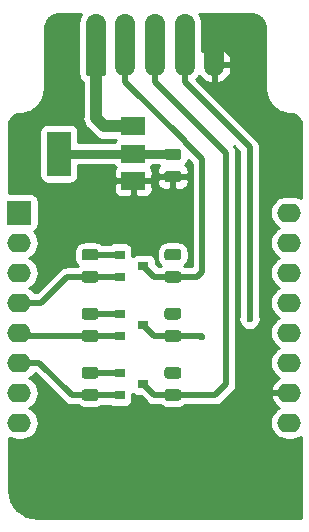
<source format=gbr>
G04 #@! TF.GenerationSoftware,KiCad,Pcbnew,(5.1.5)-3*
G04 #@! TF.CreationDate,2021-09-10T12:23:28+10:00*
G04 #@! TF.ProjectId,MHI ESP,4d484920-4553-4502-9e6b-696361645f70,rev?*
G04 #@! TF.SameCoordinates,Original*
G04 #@! TF.FileFunction,Copper,L1,Top*
G04 #@! TF.FilePolarity,Positive*
%FSLAX46Y46*%
G04 Gerber Fmt 4.6, Leading zero omitted, Abs format (unit mm)*
G04 Created by KiCad (PCBNEW (5.1.5)-3) date 2021-09-10 12:23:28*
%MOMM*%
%LPD*%
G04 APERTURE LIST*
%ADD10O,2.000000X1.600000*%
%ADD11R,2.000000X2.000000*%
%ADD12O,1.700000X1.950000*%
%ADD13C,0.100000*%
%ADD14R,2.000000X1.500000*%
%ADD15R,2.000000X3.800000*%
%ADD16R,0.900000X0.800000*%
%ADD17C,1.700000*%
%ADD18C,1.000000*%
%ADD19C,0.600000*%
%ADD20C,0.800000*%
%ADD21C,1.700000*%
%ADD22C,0.750000*%
%ADD23C,0.500000*%
%ADD24C,1.000000*%
%ADD25C,0.254000*%
G04 APERTURE END LIST*
D10*
X136360000Y-92500000D03*
X136360000Y-95040000D03*
X136360000Y-97580000D03*
X136360000Y-100120000D03*
X136360000Y-102660000D03*
X136360000Y-105200000D03*
X136360000Y-107740000D03*
X136360000Y-110280000D03*
X113500000Y-110280000D03*
X113500000Y-107740000D03*
X113500000Y-105200000D03*
X113500000Y-102660000D03*
X113500000Y-100120000D03*
X113500000Y-97580000D03*
D11*
X113500000Y-92500000D03*
D10*
X113500000Y-95040000D03*
D12*
X130000000Y-80000000D03*
X127500000Y-80000000D03*
X125000000Y-80000000D03*
X122500000Y-80000000D03*
G04 #@! TA.AperFunction,ComponentPad*
D13*
G36*
X120624504Y-79026204D02*
G01*
X120648773Y-79029804D01*
X120672571Y-79035765D01*
X120695671Y-79044030D01*
X120717849Y-79054520D01*
X120738893Y-79067133D01*
X120758598Y-79081747D01*
X120776777Y-79098223D01*
X120793253Y-79116402D01*
X120807867Y-79136107D01*
X120820480Y-79157151D01*
X120830970Y-79179329D01*
X120839235Y-79202429D01*
X120845196Y-79226227D01*
X120848796Y-79250496D01*
X120850000Y-79275000D01*
X120850000Y-80725000D01*
X120848796Y-80749504D01*
X120845196Y-80773773D01*
X120839235Y-80797571D01*
X120830970Y-80820671D01*
X120820480Y-80842849D01*
X120807867Y-80863893D01*
X120793253Y-80883598D01*
X120776777Y-80901777D01*
X120758598Y-80918253D01*
X120738893Y-80932867D01*
X120717849Y-80945480D01*
X120695671Y-80955970D01*
X120672571Y-80964235D01*
X120648773Y-80970196D01*
X120624504Y-80973796D01*
X120600000Y-80975000D01*
X119400000Y-80975000D01*
X119375496Y-80973796D01*
X119351227Y-80970196D01*
X119327429Y-80964235D01*
X119304329Y-80955970D01*
X119282151Y-80945480D01*
X119261107Y-80932867D01*
X119241402Y-80918253D01*
X119223223Y-80901777D01*
X119206747Y-80883598D01*
X119192133Y-80863893D01*
X119179520Y-80842849D01*
X119169030Y-80820671D01*
X119160765Y-80797571D01*
X119154804Y-80773773D01*
X119151204Y-80749504D01*
X119150000Y-80725000D01*
X119150000Y-79275000D01*
X119151204Y-79250496D01*
X119154804Y-79226227D01*
X119160765Y-79202429D01*
X119169030Y-79179329D01*
X119179520Y-79157151D01*
X119192133Y-79136107D01*
X119206747Y-79116402D01*
X119223223Y-79098223D01*
X119241402Y-79081747D01*
X119261107Y-79067133D01*
X119282151Y-79054520D01*
X119304329Y-79044030D01*
X119327429Y-79035765D01*
X119351227Y-79029804D01*
X119375496Y-79026204D01*
X119400000Y-79025000D01*
X120600000Y-79025000D01*
X120624504Y-79026204D01*
G37*
G04 #@! TD.AperFunction*
D14*
X123150000Y-89800000D03*
X123150000Y-85200000D03*
X123150000Y-87500000D03*
D15*
X116850000Y-87500000D03*
G04 #@! TA.AperFunction,SMDPad,CuDef*
D13*
G36*
X126980142Y-107451174D02*
G01*
X127003803Y-107454684D01*
X127027007Y-107460496D01*
X127049529Y-107468554D01*
X127071153Y-107478782D01*
X127091670Y-107491079D01*
X127110883Y-107505329D01*
X127128607Y-107521393D01*
X127144671Y-107539117D01*
X127158921Y-107558330D01*
X127171218Y-107578847D01*
X127181446Y-107600471D01*
X127189504Y-107622993D01*
X127195316Y-107646197D01*
X127198826Y-107669858D01*
X127200000Y-107693750D01*
X127200000Y-108181250D01*
X127198826Y-108205142D01*
X127195316Y-108228803D01*
X127189504Y-108252007D01*
X127181446Y-108274529D01*
X127171218Y-108296153D01*
X127158921Y-108316670D01*
X127144671Y-108335883D01*
X127128607Y-108353607D01*
X127110883Y-108369671D01*
X127091670Y-108383921D01*
X127071153Y-108396218D01*
X127049529Y-108406446D01*
X127027007Y-108414504D01*
X127003803Y-108420316D01*
X126980142Y-108423826D01*
X126956250Y-108425000D01*
X126043750Y-108425000D01*
X126019858Y-108423826D01*
X125996197Y-108420316D01*
X125972993Y-108414504D01*
X125950471Y-108406446D01*
X125928847Y-108396218D01*
X125908330Y-108383921D01*
X125889117Y-108369671D01*
X125871393Y-108353607D01*
X125855329Y-108335883D01*
X125841079Y-108316670D01*
X125828782Y-108296153D01*
X125818554Y-108274529D01*
X125810496Y-108252007D01*
X125804684Y-108228803D01*
X125801174Y-108205142D01*
X125800000Y-108181250D01*
X125800000Y-107693750D01*
X125801174Y-107669858D01*
X125804684Y-107646197D01*
X125810496Y-107622993D01*
X125818554Y-107600471D01*
X125828782Y-107578847D01*
X125841079Y-107558330D01*
X125855329Y-107539117D01*
X125871393Y-107521393D01*
X125889117Y-107505329D01*
X125908330Y-107491079D01*
X125928847Y-107478782D01*
X125950471Y-107468554D01*
X125972993Y-107460496D01*
X125996197Y-107454684D01*
X126019858Y-107451174D01*
X126043750Y-107450000D01*
X126956250Y-107450000D01*
X126980142Y-107451174D01*
G37*
G04 #@! TD.AperFunction*
G04 #@! TA.AperFunction,SMDPad,CuDef*
G36*
X126980142Y-105576174D02*
G01*
X127003803Y-105579684D01*
X127027007Y-105585496D01*
X127049529Y-105593554D01*
X127071153Y-105603782D01*
X127091670Y-105616079D01*
X127110883Y-105630329D01*
X127128607Y-105646393D01*
X127144671Y-105664117D01*
X127158921Y-105683330D01*
X127171218Y-105703847D01*
X127181446Y-105725471D01*
X127189504Y-105747993D01*
X127195316Y-105771197D01*
X127198826Y-105794858D01*
X127200000Y-105818750D01*
X127200000Y-106306250D01*
X127198826Y-106330142D01*
X127195316Y-106353803D01*
X127189504Y-106377007D01*
X127181446Y-106399529D01*
X127171218Y-106421153D01*
X127158921Y-106441670D01*
X127144671Y-106460883D01*
X127128607Y-106478607D01*
X127110883Y-106494671D01*
X127091670Y-106508921D01*
X127071153Y-106521218D01*
X127049529Y-106531446D01*
X127027007Y-106539504D01*
X127003803Y-106545316D01*
X126980142Y-106548826D01*
X126956250Y-106550000D01*
X126043750Y-106550000D01*
X126019858Y-106548826D01*
X125996197Y-106545316D01*
X125972993Y-106539504D01*
X125950471Y-106531446D01*
X125928847Y-106521218D01*
X125908330Y-106508921D01*
X125889117Y-106494671D01*
X125871393Y-106478607D01*
X125855329Y-106460883D01*
X125841079Y-106441670D01*
X125828782Y-106421153D01*
X125818554Y-106399529D01*
X125810496Y-106377007D01*
X125804684Y-106353803D01*
X125801174Y-106330142D01*
X125800000Y-106306250D01*
X125800000Y-105818750D01*
X125801174Y-105794858D01*
X125804684Y-105771197D01*
X125810496Y-105747993D01*
X125818554Y-105725471D01*
X125828782Y-105703847D01*
X125841079Y-105683330D01*
X125855329Y-105664117D01*
X125871393Y-105646393D01*
X125889117Y-105630329D01*
X125908330Y-105616079D01*
X125928847Y-105603782D01*
X125950471Y-105593554D01*
X125972993Y-105585496D01*
X125996197Y-105579684D01*
X126019858Y-105576174D01*
X126043750Y-105575000D01*
X126956250Y-105575000D01*
X126980142Y-105576174D01*
G37*
G04 #@! TD.AperFunction*
G04 #@! TA.AperFunction,SMDPad,CuDef*
G36*
X126980142Y-102451174D02*
G01*
X127003803Y-102454684D01*
X127027007Y-102460496D01*
X127049529Y-102468554D01*
X127071153Y-102478782D01*
X127091670Y-102491079D01*
X127110883Y-102505329D01*
X127128607Y-102521393D01*
X127144671Y-102539117D01*
X127158921Y-102558330D01*
X127171218Y-102578847D01*
X127181446Y-102600471D01*
X127189504Y-102622993D01*
X127195316Y-102646197D01*
X127198826Y-102669858D01*
X127200000Y-102693750D01*
X127200000Y-103181250D01*
X127198826Y-103205142D01*
X127195316Y-103228803D01*
X127189504Y-103252007D01*
X127181446Y-103274529D01*
X127171218Y-103296153D01*
X127158921Y-103316670D01*
X127144671Y-103335883D01*
X127128607Y-103353607D01*
X127110883Y-103369671D01*
X127091670Y-103383921D01*
X127071153Y-103396218D01*
X127049529Y-103406446D01*
X127027007Y-103414504D01*
X127003803Y-103420316D01*
X126980142Y-103423826D01*
X126956250Y-103425000D01*
X126043750Y-103425000D01*
X126019858Y-103423826D01*
X125996197Y-103420316D01*
X125972993Y-103414504D01*
X125950471Y-103406446D01*
X125928847Y-103396218D01*
X125908330Y-103383921D01*
X125889117Y-103369671D01*
X125871393Y-103353607D01*
X125855329Y-103335883D01*
X125841079Y-103316670D01*
X125828782Y-103296153D01*
X125818554Y-103274529D01*
X125810496Y-103252007D01*
X125804684Y-103228803D01*
X125801174Y-103205142D01*
X125800000Y-103181250D01*
X125800000Y-102693750D01*
X125801174Y-102669858D01*
X125804684Y-102646197D01*
X125810496Y-102622993D01*
X125818554Y-102600471D01*
X125828782Y-102578847D01*
X125841079Y-102558330D01*
X125855329Y-102539117D01*
X125871393Y-102521393D01*
X125889117Y-102505329D01*
X125908330Y-102491079D01*
X125928847Y-102478782D01*
X125950471Y-102468554D01*
X125972993Y-102460496D01*
X125996197Y-102454684D01*
X126019858Y-102451174D01*
X126043750Y-102450000D01*
X126956250Y-102450000D01*
X126980142Y-102451174D01*
G37*
G04 #@! TD.AperFunction*
G04 #@! TA.AperFunction,SMDPad,CuDef*
G36*
X126980142Y-100576174D02*
G01*
X127003803Y-100579684D01*
X127027007Y-100585496D01*
X127049529Y-100593554D01*
X127071153Y-100603782D01*
X127091670Y-100616079D01*
X127110883Y-100630329D01*
X127128607Y-100646393D01*
X127144671Y-100664117D01*
X127158921Y-100683330D01*
X127171218Y-100703847D01*
X127181446Y-100725471D01*
X127189504Y-100747993D01*
X127195316Y-100771197D01*
X127198826Y-100794858D01*
X127200000Y-100818750D01*
X127200000Y-101306250D01*
X127198826Y-101330142D01*
X127195316Y-101353803D01*
X127189504Y-101377007D01*
X127181446Y-101399529D01*
X127171218Y-101421153D01*
X127158921Y-101441670D01*
X127144671Y-101460883D01*
X127128607Y-101478607D01*
X127110883Y-101494671D01*
X127091670Y-101508921D01*
X127071153Y-101521218D01*
X127049529Y-101531446D01*
X127027007Y-101539504D01*
X127003803Y-101545316D01*
X126980142Y-101548826D01*
X126956250Y-101550000D01*
X126043750Y-101550000D01*
X126019858Y-101548826D01*
X125996197Y-101545316D01*
X125972993Y-101539504D01*
X125950471Y-101531446D01*
X125928847Y-101521218D01*
X125908330Y-101508921D01*
X125889117Y-101494671D01*
X125871393Y-101478607D01*
X125855329Y-101460883D01*
X125841079Y-101441670D01*
X125828782Y-101421153D01*
X125818554Y-101399529D01*
X125810496Y-101377007D01*
X125804684Y-101353803D01*
X125801174Y-101330142D01*
X125800000Y-101306250D01*
X125800000Y-100818750D01*
X125801174Y-100794858D01*
X125804684Y-100771197D01*
X125810496Y-100747993D01*
X125818554Y-100725471D01*
X125828782Y-100703847D01*
X125841079Y-100683330D01*
X125855329Y-100664117D01*
X125871393Y-100646393D01*
X125889117Y-100630329D01*
X125908330Y-100616079D01*
X125928847Y-100603782D01*
X125950471Y-100593554D01*
X125972993Y-100585496D01*
X125996197Y-100579684D01*
X126019858Y-100576174D01*
X126043750Y-100575000D01*
X126956250Y-100575000D01*
X126980142Y-100576174D01*
G37*
G04 #@! TD.AperFunction*
G04 #@! TA.AperFunction,SMDPad,CuDef*
G36*
X126980142Y-97451174D02*
G01*
X127003803Y-97454684D01*
X127027007Y-97460496D01*
X127049529Y-97468554D01*
X127071153Y-97478782D01*
X127091670Y-97491079D01*
X127110883Y-97505329D01*
X127128607Y-97521393D01*
X127144671Y-97539117D01*
X127158921Y-97558330D01*
X127171218Y-97578847D01*
X127181446Y-97600471D01*
X127189504Y-97622993D01*
X127195316Y-97646197D01*
X127198826Y-97669858D01*
X127200000Y-97693750D01*
X127200000Y-98181250D01*
X127198826Y-98205142D01*
X127195316Y-98228803D01*
X127189504Y-98252007D01*
X127181446Y-98274529D01*
X127171218Y-98296153D01*
X127158921Y-98316670D01*
X127144671Y-98335883D01*
X127128607Y-98353607D01*
X127110883Y-98369671D01*
X127091670Y-98383921D01*
X127071153Y-98396218D01*
X127049529Y-98406446D01*
X127027007Y-98414504D01*
X127003803Y-98420316D01*
X126980142Y-98423826D01*
X126956250Y-98425000D01*
X126043750Y-98425000D01*
X126019858Y-98423826D01*
X125996197Y-98420316D01*
X125972993Y-98414504D01*
X125950471Y-98406446D01*
X125928847Y-98396218D01*
X125908330Y-98383921D01*
X125889117Y-98369671D01*
X125871393Y-98353607D01*
X125855329Y-98335883D01*
X125841079Y-98316670D01*
X125828782Y-98296153D01*
X125818554Y-98274529D01*
X125810496Y-98252007D01*
X125804684Y-98228803D01*
X125801174Y-98205142D01*
X125800000Y-98181250D01*
X125800000Y-97693750D01*
X125801174Y-97669858D01*
X125804684Y-97646197D01*
X125810496Y-97622993D01*
X125818554Y-97600471D01*
X125828782Y-97578847D01*
X125841079Y-97558330D01*
X125855329Y-97539117D01*
X125871393Y-97521393D01*
X125889117Y-97505329D01*
X125908330Y-97491079D01*
X125928847Y-97478782D01*
X125950471Y-97468554D01*
X125972993Y-97460496D01*
X125996197Y-97454684D01*
X126019858Y-97451174D01*
X126043750Y-97450000D01*
X126956250Y-97450000D01*
X126980142Y-97451174D01*
G37*
G04 #@! TD.AperFunction*
G04 #@! TA.AperFunction,SMDPad,CuDef*
G36*
X126980142Y-95576174D02*
G01*
X127003803Y-95579684D01*
X127027007Y-95585496D01*
X127049529Y-95593554D01*
X127071153Y-95603782D01*
X127091670Y-95616079D01*
X127110883Y-95630329D01*
X127128607Y-95646393D01*
X127144671Y-95664117D01*
X127158921Y-95683330D01*
X127171218Y-95703847D01*
X127181446Y-95725471D01*
X127189504Y-95747993D01*
X127195316Y-95771197D01*
X127198826Y-95794858D01*
X127200000Y-95818750D01*
X127200000Y-96306250D01*
X127198826Y-96330142D01*
X127195316Y-96353803D01*
X127189504Y-96377007D01*
X127181446Y-96399529D01*
X127171218Y-96421153D01*
X127158921Y-96441670D01*
X127144671Y-96460883D01*
X127128607Y-96478607D01*
X127110883Y-96494671D01*
X127091670Y-96508921D01*
X127071153Y-96521218D01*
X127049529Y-96531446D01*
X127027007Y-96539504D01*
X127003803Y-96545316D01*
X126980142Y-96548826D01*
X126956250Y-96550000D01*
X126043750Y-96550000D01*
X126019858Y-96548826D01*
X125996197Y-96545316D01*
X125972993Y-96539504D01*
X125950471Y-96531446D01*
X125928847Y-96521218D01*
X125908330Y-96508921D01*
X125889117Y-96494671D01*
X125871393Y-96478607D01*
X125855329Y-96460883D01*
X125841079Y-96441670D01*
X125828782Y-96421153D01*
X125818554Y-96399529D01*
X125810496Y-96377007D01*
X125804684Y-96353803D01*
X125801174Y-96330142D01*
X125800000Y-96306250D01*
X125800000Y-95818750D01*
X125801174Y-95794858D01*
X125804684Y-95771197D01*
X125810496Y-95747993D01*
X125818554Y-95725471D01*
X125828782Y-95703847D01*
X125841079Y-95683330D01*
X125855329Y-95664117D01*
X125871393Y-95646393D01*
X125889117Y-95630329D01*
X125908330Y-95616079D01*
X125928847Y-95603782D01*
X125950471Y-95593554D01*
X125972993Y-95585496D01*
X125996197Y-95579684D01*
X126019858Y-95576174D01*
X126043750Y-95575000D01*
X126956250Y-95575000D01*
X126980142Y-95576174D01*
G37*
G04 #@! TD.AperFunction*
G04 #@! TA.AperFunction,SMDPad,CuDef*
G36*
X119980142Y-107451174D02*
G01*
X120003803Y-107454684D01*
X120027007Y-107460496D01*
X120049529Y-107468554D01*
X120071153Y-107478782D01*
X120091670Y-107491079D01*
X120110883Y-107505329D01*
X120128607Y-107521393D01*
X120144671Y-107539117D01*
X120158921Y-107558330D01*
X120171218Y-107578847D01*
X120181446Y-107600471D01*
X120189504Y-107622993D01*
X120195316Y-107646197D01*
X120198826Y-107669858D01*
X120200000Y-107693750D01*
X120200000Y-108181250D01*
X120198826Y-108205142D01*
X120195316Y-108228803D01*
X120189504Y-108252007D01*
X120181446Y-108274529D01*
X120171218Y-108296153D01*
X120158921Y-108316670D01*
X120144671Y-108335883D01*
X120128607Y-108353607D01*
X120110883Y-108369671D01*
X120091670Y-108383921D01*
X120071153Y-108396218D01*
X120049529Y-108406446D01*
X120027007Y-108414504D01*
X120003803Y-108420316D01*
X119980142Y-108423826D01*
X119956250Y-108425000D01*
X119043750Y-108425000D01*
X119019858Y-108423826D01*
X118996197Y-108420316D01*
X118972993Y-108414504D01*
X118950471Y-108406446D01*
X118928847Y-108396218D01*
X118908330Y-108383921D01*
X118889117Y-108369671D01*
X118871393Y-108353607D01*
X118855329Y-108335883D01*
X118841079Y-108316670D01*
X118828782Y-108296153D01*
X118818554Y-108274529D01*
X118810496Y-108252007D01*
X118804684Y-108228803D01*
X118801174Y-108205142D01*
X118800000Y-108181250D01*
X118800000Y-107693750D01*
X118801174Y-107669858D01*
X118804684Y-107646197D01*
X118810496Y-107622993D01*
X118818554Y-107600471D01*
X118828782Y-107578847D01*
X118841079Y-107558330D01*
X118855329Y-107539117D01*
X118871393Y-107521393D01*
X118889117Y-107505329D01*
X118908330Y-107491079D01*
X118928847Y-107478782D01*
X118950471Y-107468554D01*
X118972993Y-107460496D01*
X118996197Y-107454684D01*
X119019858Y-107451174D01*
X119043750Y-107450000D01*
X119956250Y-107450000D01*
X119980142Y-107451174D01*
G37*
G04 #@! TD.AperFunction*
G04 #@! TA.AperFunction,SMDPad,CuDef*
G36*
X119980142Y-105576174D02*
G01*
X120003803Y-105579684D01*
X120027007Y-105585496D01*
X120049529Y-105593554D01*
X120071153Y-105603782D01*
X120091670Y-105616079D01*
X120110883Y-105630329D01*
X120128607Y-105646393D01*
X120144671Y-105664117D01*
X120158921Y-105683330D01*
X120171218Y-105703847D01*
X120181446Y-105725471D01*
X120189504Y-105747993D01*
X120195316Y-105771197D01*
X120198826Y-105794858D01*
X120200000Y-105818750D01*
X120200000Y-106306250D01*
X120198826Y-106330142D01*
X120195316Y-106353803D01*
X120189504Y-106377007D01*
X120181446Y-106399529D01*
X120171218Y-106421153D01*
X120158921Y-106441670D01*
X120144671Y-106460883D01*
X120128607Y-106478607D01*
X120110883Y-106494671D01*
X120091670Y-106508921D01*
X120071153Y-106521218D01*
X120049529Y-106531446D01*
X120027007Y-106539504D01*
X120003803Y-106545316D01*
X119980142Y-106548826D01*
X119956250Y-106550000D01*
X119043750Y-106550000D01*
X119019858Y-106548826D01*
X118996197Y-106545316D01*
X118972993Y-106539504D01*
X118950471Y-106531446D01*
X118928847Y-106521218D01*
X118908330Y-106508921D01*
X118889117Y-106494671D01*
X118871393Y-106478607D01*
X118855329Y-106460883D01*
X118841079Y-106441670D01*
X118828782Y-106421153D01*
X118818554Y-106399529D01*
X118810496Y-106377007D01*
X118804684Y-106353803D01*
X118801174Y-106330142D01*
X118800000Y-106306250D01*
X118800000Y-105818750D01*
X118801174Y-105794858D01*
X118804684Y-105771197D01*
X118810496Y-105747993D01*
X118818554Y-105725471D01*
X118828782Y-105703847D01*
X118841079Y-105683330D01*
X118855329Y-105664117D01*
X118871393Y-105646393D01*
X118889117Y-105630329D01*
X118908330Y-105616079D01*
X118928847Y-105603782D01*
X118950471Y-105593554D01*
X118972993Y-105585496D01*
X118996197Y-105579684D01*
X119019858Y-105576174D01*
X119043750Y-105575000D01*
X119956250Y-105575000D01*
X119980142Y-105576174D01*
G37*
G04 #@! TD.AperFunction*
G04 #@! TA.AperFunction,SMDPad,CuDef*
G36*
X119980142Y-102451174D02*
G01*
X120003803Y-102454684D01*
X120027007Y-102460496D01*
X120049529Y-102468554D01*
X120071153Y-102478782D01*
X120091670Y-102491079D01*
X120110883Y-102505329D01*
X120128607Y-102521393D01*
X120144671Y-102539117D01*
X120158921Y-102558330D01*
X120171218Y-102578847D01*
X120181446Y-102600471D01*
X120189504Y-102622993D01*
X120195316Y-102646197D01*
X120198826Y-102669858D01*
X120200000Y-102693750D01*
X120200000Y-103181250D01*
X120198826Y-103205142D01*
X120195316Y-103228803D01*
X120189504Y-103252007D01*
X120181446Y-103274529D01*
X120171218Y-103296153D01*
X120158921Y-103316670D01*
X120144671Y-103335883D01*
X120128607Y-103353607D01*
X120110883Y-103369671D01*
X120091670Y-103383921D01*
X120071153Y-103396218D01*
X120049529Y-103406446D01*
X120027007Y-103414504D01*
X120003803Y-103420316D01*
X119980142Y-103423826D01*
X119956250Y-103425000D01*
X119043750Y-103425000D01*
X119019858Y-103423826D01*
X118996197Y-103420316D01*
X118972993Y-103414504D01*
X118950471Y-103406446D01*
X118928847Y-103396218D01*
X118908330Y-103383921D01*
X118889117Y-103369671D01*
X118871393Y-103353607D01*
X118855329Y-103335883D01*
X118841079Y-103316670D01*
X118828782Y-103296153D01*
X118818554Y-103274529D01*
X118810496Y-103252007D01*
X118804684Y-103228803D01*
X118801174Y-103205142D01*
X118800000Y-103181250D01*
X118800000Y-102693750D01*
X118801174Y-102669858D01*
X118804684Y-102646197D01*
X118810496Y-102622993D01*
X118818554Y-102600471D01*
X118828782Y-102578847D01*
X118841079Y-102558330D01*
X118855329Y-102539117D01*
X118871393Y-102521393D01*
X118889117Y-102505329D01*
X118908330Y-102491079D01*
X118928847Y-102478782D01*
X118950471Y-102468554D01*
X118972993Y-102460496D01*
X118996197Y-102454684D01*
X119019858Y-102451174D01*
X119043750Y-102450000D01*
X119956250Y-102450000D01*
X119980142Y-102451174D01*
G37*
G04 #@! TD.AperFunction*
G04 #@! TA.AperFunction,SMDPad,CuDef*
G36*
X119980142Y-100576174D02*
G01*
X120003803Y-100579684D01*
X120027007Y-100585496D01*
X120049529Y-100593554D01*
X120071153Y-100603782D01*
X120091670Y-100616079D01*
X120110883Y-100630329D01*
X120128607Y-100646393D01*
X120144671Y-100664117D01*
X120158921Y-100683330D01*
X120171218Y-100703847D01*
X120181446Y-100725471D01*
X120189504Y-100747993D01*
X120195316Y-100771197D01*
X120198826Y-100794858D01*
X120200000Y-100818750D01*
X120200000Y-101306250D01*
X120198826Y-101330142D01*
X120195316Y-101353803D01*
X120189504Y-101377007D01*
X120181446Y-101399529D01*
X120171218Y-101421153D01*
X120158921Y-101441670D01*
X120144671Y-101460883D01*
X120128607Y-101478607D01*
X120110883Y-101494671D01*
X120091670Y-101508921D01*
X120071153Y-101521218D01*
X120049529Y-101531446D01*
X120027007Y-101539504D01*
X120003803Y-101545316D01*
X119980142Y-101548826D01*
X119956250Y-101550000D01*
X119043750Y-101550000D01*
X119019858Y-101548826D01*
X118996197Y-101545316D01*
X118972993Y-101539504D01*
X118950471Y-101531446D01*
X118928847Y-101521218D01*
X118908330Y-101508921D01*
X118889117Y-101494671D01*
X118871393Y-101478607D01*
X118855329Y-101460883D01*
X118841079Y-101441670D01*
X118828782Y-101421153D01*
X118818554Y-101399529D01*
X118810496Y-101377007D01*
X118804684Y-101353803D01*
X118801174Y-101330142D01*
X118800000Y-101306250D01*
X118800000Y-100818750D01*
X118801174Y-100794858D01*
X118804684Y-100771197D01*
X118810496Y-100747993D01*
X118818554Y-100725471D01*
X118828782Y-100703847D01*
X118841079Y-100683330D01*
X118855329Y-100664117D01*
X118871393Y-100646393D01*
X118889117Y-100630329D01*
X118908330Y-100616079D01*
X118928847Y-100603782D01*
X118950471Y-100593554D01*
X118972993Y-100585496D01*
X118996197Y-100579684D01*
X119019858Y-100576174D01*
X119043750Y-100575000D01*
X119956250Y-100575000D01*
X119980142Y-100576174D01*
G37*
G04 #@! TD.AperFunction*
G04 #@! TA.AperFunction,SMDPad,CuDef*
G36*
X119980142Y-97451174D02*
G01*
X120003803Y-97454684D01*
X120027007Y-97460496D01*
X120049529Y-97468554D01*
X120071153Y-97478782D01*
X120091670Y-97491079D01*
X120110883Y-97505329D01*
X120128607Y-97521393D01*
X120144671Y-97539117D01*
X120158921Y-97558330D01*
X120171218Y-97578847D01*
X120181446Y-97600471D01*
X120189504Y-97622993D01*
X120195316Y-97646197D01*
X120198826Y-97669858D01*
X120200000Y-97693750D01*
X120200000Y-98181250D01*
X120198826Y-98205142D01*
X120195316Y-98228803D01*
X120189504Y-98252007D01*
X120181446Y-98274529D01*
X120171218Y-98296153D01*
X120158921Y-98316670D01*
X120144671Y-98335883D01*
X120128607Y-98353607D01*
X120110883Y-98369671D01*
X120091670Y-98383921D01*
X120071153Y-98396218D01*
X120049529Y-98406446D01*
X120027007Y-98414504D01*
X120003803Y-98420316D01*
X119980142Y-98423826D01*
X119956250Y-98425000D01*
X119043750Y-98425000D01*
X119019858Y-98423826D01*
X118996197Y-98420316D01*
X118972993Y-98414504D01*
X118950471Y-98406446D01*
X118928847Y-98396218D01*
X118908330Y-98383921D01*
X118889117Y-98369671D01*
X118871393Y-98353607D01*
X118855329Y-98335883D01*
X118841079Y-98316670D01*
X118828782Y-98296153D01*
X118818554Y-98274529D01*
X118810496Y-98252007D01*
X118804684Y-98228803D01*
X118801174Y-98205142D01*
X118800000Y-98181250D01*
X118800000Y-97693750D01*
X118801174Y-97669858D01*
X118804684Y-97646197D01*
X118810496Y-97622993D01*
X118818554Y-97600471D01*
X118828782Y-97578847D01*
X118841079Y-97558330D01*
X118855329Y-97539117D01*
X118871393Y-97521393D01*
X118889117Y-97505329D01*
X118908330Y-97491079D01*
X118928847Y-97478782D01*
X118950471Y-97468554D01*
X118972993Y-97460496D01*
X118996197Y-97454684D01*
X119019858Y-97451174D01*
X119043750Y-97450000D01*
X119956250Y-97450000D01*
X119980142Y-97451174D01*
G37*
G04 #@! TD.AperFunction*
G04 #@! TA.AperFunction,SMDPad,CuDef*
G36*
X119980142Y-95576174D02*
G01*
X120003803Y-95579684D01*
X120027007Y-95585496D01*
X120049529Y-95593554D01*
X120071153Y-95603782D01*
X120091670Y-95616079D01*
X120110883Y-95630329D01*
X120128607Y-95646393D01*
X120144671Y-95664117D01*
X120158921Y-95683330D01*
X120171218Y-95703847D01*
X120181446Y-95725471D01*
X120189504Y-95747993D01*
X120195316Y-95771197D01*
X120198826Y-95794858D01*
X120200000Y-95818750D01*
X120200000Y-96306250D01*
X120198826Y-96330142D01*
X120195316Y-96353803D01*
X120189504Y-96377007D01*
X120181446Y-96399529D01*
X120171218Y-96421153D01*
X120158921Y-96441670D01*
X120144671Y-96460883D01*
X120128607Y-96478607D01*
X120110883Y-96494671D01*
X120091670Y-96508921D01*
X120071153Y-96521218D01*
X120049529Y-96531446D01*
X120027007Y-96539504D01*
X120003803Y-96545316D01*
X119980142Y-96548826D01*
X119956250Y-96550000D01*
X119043750Y-96550000D01*
X119019858Y-96548826D01*
X118996197Y-96545316D01*
X118972993Y-96539504D01*
X118950471Y-96531446D01*
X118928847Y-96521218D01*
X118908330Y-96508921D01*
X118889117Y-96494671D01*
X118871393Y-96478607D01*
X118855329Y-96460883D01*
X118841079Y-96441670D01*
X118828782Y-96421153D01*
X118818554Y-96399529D01*
X118810496Y-96377007D01*
X118804684Y-96353803D01*
X118801174Y-96330142D01*
X118800000Y-96306250D01*
X118800000Y-95818750D01*
X118801174Y-95794858D01*
X118804684Y-95771197D01*
X118810496Y-95747993D01*
X118818554Y-95725471D01*
X118828782Y-95703847D01*
X118841079Y-95683330D01*
X118855329Y-95664117D01*
X118871393Y-95646393D01*
X118889117Y-95630329D01*
X118908330Y-95616079D01*
X118928847Y-95603782D01*
X118950471Y-95593554D01*
X118972993Y-95585496D01*
X118996197Y-95579684D01*
X119019858Y-95576174D01*
X119043750Y-95575000D01*
X119956250Y-95575000D01*
X119980142Y-95576174D01*
G37*
G04 #@! TD.AperFunction*
D16*
X124000000Y-107000000D03*
X122000000Y-107950000D03*
X122000000Y-106050000D03*
X124000000Y-102000000D03*
X122000000Y-102950000D03*
X122000000Y-101050000D03*
X124000000Y-97000000D03*
X122000000Y-97950000D03*
X122000000Y-96050000D03*
G04 #@! TA.AperFunction,SMDPad,CuDef*
D13*
G36*
X126980142Y-88951174D02*
G01*
X127003803Y-88954684D01*
X127027007Y-88960496D01*
X127049529Y-88968554D01*
X127071153Y-88978782D01*
X127091670Y-88991079D01*
X127110883Y-89005329D01*
X127128607Y-89021393D01*
X127144671Y-89039117D01*
X127158921Y-89058330D01*
X127171218Y-89078847D01*
X127181446Y-89100471D01*
X127189504Y-89122993D01*
X127195316Y-89146197D01*
X127198826Y-89169858D01*
X127200000Y-89193750D01*
X127200000Y-89681250D01*
X127198826Y-89705142D01*
X127195316Y-89728803D01*
X127189504Y-89752007D01*
X127181446Y-89774529D01*
X127171218Y-89796153D01*
X127158921Y-89816670D01*
X127144671Y-89835883D01*
X127128607Y-89853607D01*
X127110883Y-89869671D01*
X127091670Y-89883921D01*
X127071153Y-89896218D01*
X127049529Y-89906446D01*
X127027007Y-89914504D01*
X127003803Y-89920316D01*
X126980142Y-89923826D01*
X126956250Y-89925000D01*
X126043750Y-89925000D01*
X126019858Y-89923826D01*
X125996197Y-89920316D01*
X125972993Y-89914504D01*
X125950471Y-89906446D01*
X125928847Y-89896218D01*
X125908330Y-89883921D01*
X125889117Y-89869671D01*
X125871393Y-89853607D01*
X125855329Y-89835883D01*
X125841079Y-89816670D01*
X125828782Y-89796153D01*
X125818554Y-89774529D01*
X125810496Y-89752007D01*
X125804684Y-89728803D01*
X125801174Y-89705142D01*
X125800000Y-89681250D01*
X125800000Y-89193750D01*
X125801174Y-89169858D01*
X125804684Y-89146197D01*
X125810496Y-89122993D01*
X125818554Y-89100471D01*
X125828782Y-89078847D01*
X125841079Y-89058330D01*
X125855329Y-89039117D01*
X125871393Y-89021393D01*
X125889117Y-89005329D01*
X125908330Y-88991079D01*
X125928847Y-88978782D01*
X125950471Y-88968554D01*
X125972993Y-88960496D01*
X125996197Y-88954684D01*
X126019858Y-88951174D01*
X126043750Y-88950000D01*
X126956250Y-88950000D01*
X126980142Y-88951174D01*
G37*
G04 #@! TD.AperFunction*
G04 #@! TA.AperFunction,SMDPad,CuDef*
G36*
X126980142Y-87076174D02*
G01*
X127003803Y-87079684D01*
X127027007Y-87085496D01*
X127049529Y-87093554D01*
X127071153Y-87103782D01*
X127091670Y-87116079D01*
X127110883Y-87130329D01*
X127128607Y-87146393D01*
X127144671Y-87164117D01*
X127158921Y-87183330D01*
X127171218Y-87203847D01*
X127181446Y-87225471D01*
X127189504Y-87247993D01*
X127195316Y-87271197D01*
X127198826Y-87294858D01*
X127200000Y-87318750D01*
X127200000Y-87806250D01*
X127198826Y-87830142D01*
X127195316Y-87853803D01*
X127189504Y-87877007D01*
X127181446Y-87899529D01*
X127171218Y-87921153D01*
X127158921Y-87941670D01*
X127144671Y-87960883D01*
X127128607Y-87978607D01*
X127110883Y-87994671D01*
X127091670Y-88008921D01*
X127071153Y-88021218D01*
X127049529Y-88031446D01*
X127027007Y-88039504D01*
X127003803Y-88045316D01*
X126980142Y-88048826D01*
X126956250Y-88050000D01*
X126043750Y-88050000D01*
X126019858Y-88048826D01*
X125996197Y-88045316D01*
X125972993Y-88039504D01*
X125950471Y-88031446D01*
X125928847Y-88021218D01*
X125908330Y-88008921D01*
X125889117Y-87994671D01*
X125871393Y-87978607D01*
X125855329Y-87960883D01*
X125841079Y-87941670D01*
X125828782Y-87921153D01*
X125818554Y-87899529D01*
X125810496Y-87877007D01*
X125804684Y-87853803D01*
X125801174Y-87830142D01*
X125800000Y-87806250D01*
X125800000Y-87318750D01*
X125801174Y-87294858D01*
X125804684Y-87271197D01*
X125810496Y-87247993D01*
X125818554Y-87225471D01*
X125828782Y-87203847D01*
X125841079Y-87183330D01*
X125855329Y-87164117D01*
X125871393Y-87146393D01*
X125889117Y-87130329D01*
X125908330Y-87116079D01*
X125928847Y-87103782D01*
X125950471Y-87093554D01*
X125972993Y-87085496D01*
X125996197Y-87079684D01*
X126019858Y-87076174D01*
X126043750Y-87075000D01*
X126956250Y-87075000D01*
X126980142Y-87076174D01*
G37*
G04 #@! TD.AperFunction*
D17*
X130000000Y-76500000D03*
D18*
X117000000Y-78000000D03*
D19*
X126500000Y-106000000D03*
X126500000Y-101000000D03*
X126500000Y-96000000D03*
D20*
X126500000Y-87500000D03*
D19*
X129000000Y-103000000D03*
X133000000Y-101500000D03*
D17*
X127500000Y-76500000D03*
X122500000Y-76500000D03*
X125000000Y-76500000D03*
X120000000Y-76500000D03*
D20*
X120000000Y-80000000D03*
D19*
X119500000Y-106000000D03*
X119500000Y-101000000D03*
X119500000Y-96000000D03*
D21*
X130000000Y-76500000D02*
X130000000Y-80000000D01*
D22*
X116850000Y-87500000D02*
X126500000Y-87500000D01*
D23*
X124937500Y-102937500D02*
X126500000Y-102937500D01*
X124000000Y-102000000D02*
X124937500Y-102937500D01*
D21*
X127500000Y-76500000D02*
X127500000Y-80000000D01*
D23*
X128937500Y-102937500D02*
X129000000Y-103000000D01*
X126500000Y-102937500D02*
X128937500Y-102937500D01*
X133000000Y-86975000D02*
X133000000Y-101500000D01*
X127500000Y-80000000D02*
X127500000Y-81475000D01*
X127500000Y-81475000D02*
X133000000Y-86975000D01*
D21*
X122500000Y-76500000D02*
X122500000Y-80000000D01*
D23*
X124937500Y-97937500D02*
X126500000Y-97937500D01*
X124000000Y-97000000D02*
X124937500Y-97937500D01*
X128562500Y-97937500D02*
X126500000Y-97937500D01*
X122500000Y-81475000D02*
X127500000Y-86475000D01*
X122500000Y-80000000D02*
X122500000Y-81475000D01*
X127500000Y-86475000D02*
X127500000Y-86500000D01*
X127500000Y-86500000D02*
X129000000Y-88000000D01*
X129000000Y-88000000D02*
X129000000Y-97500000D01*
X129000000Y-97500000D02*
X128562500Y-97937500D01*
X124937500Y-107937500D02*
X126500000Y-107937500D01*
X124000000Y-107000000D02*
X124937500Y-107937500D01*
D21*
X125000000Y-76500000D02*
X125000000Y-80000000D01*
D23*
X130062500Y-107937500D02*
X126500000Y-107937500D01*
X131000000Y-107000000D02*
X130062500Y-107937500D01*
X131000000Y-87475000D02*
X131000000Y-107000000D01*
X125000000Y-80000000D02*
X125000000Y-81475000D01*
X125000000Y-81475000D02*
X131000000Y-87475000D01*
D21*
X120000000Y-76500000D02*
X120000000Y-80000000D01*
D24*
X120700000Y-85200000D02*
X123150000Y-85200000D01*
X120000000Y-80000000D02*
X120000000Y-84500000D01*
X120000000Y-84500000D02*
X120700000Y-85200000D01*
D23*
X117562500Y-97937500D02*
X119500000Y-97937500D01*
X113500000Y-100120000D02*
X115380000Y-100120000D01*
X115380000Y-100120000D02*
X117562500Y-97937500D01*
X119512500Y-97950000D02*
X119500000Y-97937500D01*
X122000000Y-97950000D02*
X119512500Y-97950000D01*
X119550000Y-101050000D02*
X119500000Y-101000000D01*
X122000000Y-101050000D02*
X119550000Y-101050000D01*
X119512500Y-96050000D02*
X119500000Y-96062500D01*
X122000000Y-96050000D02*
X119512500Y-96050000D01*
X119550000Y-106050000D02*
X119500000Y-106000000D01*
X122000000Y-106050000D02*
X119550000Y-106050000D01*
X113777500Y-102937500D02*
X113500000Y-102660000D01*
X119500000Y-102937500D02*
X113777500Y-102937500D01*
X119512500Y-102950000D02*
X119500000Y-102937500D01*
X122000000Y-102950000D02*
X119512500Y-102950000D01*
X117937500Y-107937500D02*
X119500000Y-107937500D01*
X113500000Y-105200000D02*
X115200000Y-105200000D01*
X115200000Y-105200000D02*
X117937500Y-107937500D01*
X119512500Y-107950000D02*
X119500000Y-107937500D01*
X122000000Y-107950000D02*
X119512500Y-107950000D01*
D25*
G36*
X133259659Y-75688625D02*
G01*
X133509429Y-75764035D01*
X133739792Y-75886522D01*
X133941980Y-76051422D01*
X134108286Y-76252450D01*
X134232378Y-76481954D01*
X134309531Y-76731195D01*
X134340000Y-77021089D01*
X134340001Y-82032419D01*
X134342818Y-82061018D01*
X134342753Y-82070288D01*
X134343652Y-82079460D01*
X134374252Y-82370605D01*
X134386283Y-82429217D01*
X134397489Y-82487963D01*
X134400153Y-82496784D01*
X134486721Y-82776440D01*
X134509899Y-82831578D01*
X134532311Y-82887050D01*
X134536638Y-82895186D01*
X134675877Y-83152702D01*
X134709304Y-83202259D01*
X134742080Y-83252347D01*
X134747905Y-83259488D01*
X134934510Y-83485056D01*
X134976965Y-83527215D01*
X135018809Y-83569945D01*
X135025909Y-83575819D01*
X135252773Y-83760845D01*
X135302566Y-83793927D01*
X135351955Y-83827745D01*
X135360061Y-83832127D01*
X135618542Y-83969564D01*
X135673836Y-83992355D01*
X135728829Y-84015925D01*
X135737632Y-84018650D01*
X136017887Y-84103264D01*
X136076564Y-84114882D01*
X136135079Y-84127320D01*
X136144242Y-84128283D01*
X136144244Y-84128283D01*
X136435596Y-84156850D01*
X136662540Y-84179102D01*
X136818894Y-84226308D01*
X136963096Y-84302982D01*
X137089663Y-84406207D01*
X137193769Y-84532051D01*
X137271447Y-84675711D01*
X137319742Y-84831729D01*
X137340001Y-85024482D01*
X137340000Y-86967581D01*
X137340000Y-91289789D01*
X137111808Y-91167818D01*
X136841309Y-91085764D01*
X136630492Y-91065000D01*
X136089508Y-91065000D01*
X135878691Y-91085764D01*
X135608192Y-91167818D01*
X135358899Y-91301068D01*
X135140392Y-91480392D01*
X134961068Y-91698899D01*
X134827818Y-91948192D01*
X134745764Y-92218691D01*
X134718057Y-92500000D01*
X134745764Y-92781309D01*
X134827818Y-93051808D01*
X134961068Y-93301101D01*
X135140392Y-93519608D01*
X135358899Y-93698932D01*
X135491858Y-93770000D01*
X135358899Y-93841068D01*
X135140392Y-94020392D01*
X134961068Y-94238899D01*
X134827818Y-94488192D01*
X134745764Y-94758691D01*
X134718057Y-95040000D01*
X134745764Y-95321309D01*
X134827818Y-95591808D01*
X134961068Y-95841101D01*
X135140392Y-96059608D01*
X135358899Y-96238932D01*
X135491858Y-96310000D01*
X135358899Y-96381068D01*
X135140392Y-96560392D01*
X134961068Y-96778899D01*
X134827818Y-97028192D01*
X134745764Y-97298691D01*
X134718057Y-97580000D01*
X134745764Y-97861309D01*
X134827818Y-98131808D01*
X134961068Y-98381101D01*
X135140392Y-98599608D01*
X135358899Y-98778932D01*
X135491858Y-98850000D01*
X135358899Y-98921068D01*
X135140392Y-99100392D01*
X134961068Y-99318899D01*
X134827818Y-99568192D01*
X134745764Y-99838691D01*
X134718057Y-100120000D01*
X134745764Y-100401309D01*
X134827818Y-100671808D01*
X134961068Y-100921101D01*
X135140392Y-101139608D01*
X135358899Y-101318932D01*
X135491858Y-101390000D01*
X135358899Y-101461068D01*
X135140392Y-101640392D01*
X134961068Y-101858899D01*
X134827818Y-102108192D01*
X134745764Y-102378691D01*
X134718057Y-102660000D01*
X134745764Y-102941309D01*
X134827818Y-103211808D01*
X134961068Y-103461101D01*
X135140392Y-103679608D01*
X135358899Y-103858932D01*
X135491858Y-103930000D01*
X135358899Y-104001068D01*
X135140392Y-104180392D01*
X134961068Y-104398899D01*
X134827818Y-104648192D01*
X134745764Y-104918691D01*
X134718057Y-105200000D01*
X134745764Y-105481309D01*
X134827818Y-105751808D01*
X134961068Y-106001101D01*
X135140392Y-106219608D01*
X135358899Y-106398932D01*
X135488345Y-106468122D01*
X135470773Y-106475570D01*
X135237338Y-106634327D01*
X135039361Y-106835575D01*
X134884449Y-107071579D01*
X134778556Y-107333270D01*
X134768096Y-107390961D01*
X134890085Y-107613000D01*
X136233000Y-107613000D01*
X136233000Y-107593000D01*
X136487000Y-107593000D01*
X136487000Y-107613000D01*
X136507000Y-107613000D01*
X136507000Y-107867000D01*
X136487000Y-107867000D01*
X136487000Y-107887000D01*
X136233000Y-107887000D01*
X136233000Y-107867000D01*
X134890085Y-107867000D01*
X134768096Y-108089039D01*
X134778556Y-108146730D01*
X134884449Y-108408421D01*
X135039361Y-108644425D01*
X135237338Y-108845673D01*
X135470773Y-109004430D01*
X135488345Y-109011878D01*
X135358899Y-109081068D01*
X135140392Y-109260392D01*
X134961068Y-109478899D01*
X134827818Y-109728192D01*
X134745764Y-109998691D01*
X134718057Y-110280000D01*
X134745764Y-110561309D01*
X134827818Y-110831808D01*
X134961068Y-111081101D01*
X135140392Y-111299608D01*
X135358899Y-111478932D01*
X135608192Y-111612182D01*
X135878691Y-111694236D01*
X136089508Y-111715000D01*
X136630492Y-111715000D01*
X136841309Y-111694236D01*
X137111808Y-111612182D01*
X137340001Y-111490210D01*
X137340001Y-115967581D01*
X137340000Y-118340000D01*
X115032279Y-118340000D01*
X114546106Y-118292330D01*
X114109503Y-118160512D01*
X113706814Y-117946399D01*
X113353387Y-117658150D01*
X113062673Y-117306739D01*
X112845760Y-116905564D01*
X112710894Y-116469886D01*
X112660000Y-115985664D01*
X112660000Y-111565042D01*
X112748192Y-111612182D01*
X113018691Y-111694236D01*
X113229508Y-111715000D01*
X113770492Y-111715000D01*
X113981309Y-111694236D01*
X114251808Y-111612182D01*
X114501101Y-111478932D01*
X114719608Y-111299608D01*
X114898932Y-111081101D01*
X115032182Y-110831808D01*
X115114236Y-110561309D01*
X115141943Y-110280000D01*
X115114236Y-109998691D01*
X115032182Y-109728192D01*
X114898932Y-109478899D01*
X114719608Y-109260392D01*
X114501101Y-109081068D01*
X114368142Y-109010000D01*
X114501101Y-108938932D01*
X114719608Y-108759608D01*
X114898932Y-108541101D01*
X115032182Y-108291808D01*
X115114236Y-108021309D01*
X115141943Y-107740000D01*
X115114236Y-107458691D01*
X115032182Y-107188192D01*
X114898932Y-106938899D01*
X114719608Y-106720392D01*
X114501101Y-106541068D01*
X114368142Y-106470000D01*
X114501101Y-106398932D01*
X114719608Y-106219608D01*
X114830078Y-106085000D01*
X114833422Y-106085000D01*
X117280970Y-108532549D01*
X117308683Y-108566317D01*
X117342451Y-108594030D01*
X117342453Y-108594032D01*
X117443441Y-108676911D01*
X117597186Y-108759089D01*
X117638393Y-108771589D01*
X117764010Y-108809695D01*
X117894023Y-108822500D01*
X117894031Y-108822500D01*
X117937500Y-108826781D01*
X117980969Y-108822500D01*
X118441785Y-108822500D01*
X118553836Y-108914458D01*
X118706291Y-108995947D01*
X118871715Y-109046128D01*
X119043750Y-109063072D01*
X119956250Y-109063072D01*
X120128285Y-109046128D01*
X120293709Y-108995947D01*
X120446164Y-108914458D01*
X120542984Y-108835000D01*
X121140019Y-108835000D01*
X121195506Y-108880537D01*
X121305820Y-108939502D01*
X121425518Y-108975812D01*
X121550000Y-108988072D01*
X122450000Y-108988072D01*
X122574482Y-108975812D01*
X122694180Y-108939502D01*
X122804494Y-108880537D01*
X122901185Y-108801185D01*
X122980537Y-108704494D01*
X123039502Y-108594180D01*
X123075812Y-108474482D01*
X123088072Y-108350000D01*
X123088072Y-107838095D01*
X123098815Y-107851185D01*
X123195506Y-107930537D01*
X123305820Y-107989502D01*
X123425518Y-108025812D01*
X123550000Y-108038072D01*
X123786494Y-108038072D01*
X124280970Y-108532549D01*
X124308683Y-108566317D01*
X124342451Y-108594030D01*
X124342453Y-108594032D01*
X124403857Y-108644425D01*
X124443441Y-108676911D01*
X124597187Y-108759089D01*
X124764010Y-108809695D01*
X124894023Y-108822500D01*
X124894033Y-108822500D01*
X124937499Y-108826781D01*
X124980965Y-108822500D01*
X125441785Y-108822500D01*
X125553836Y-108914458D01*
X125706291Y-108995947D01*
X125871715Y-109046128D01*
X126043750Y-109063072D01*
X126956250Y-109063072D01*
X127128285Y-109046128D01*
X127293709Y-108995947D01*
X127446164Y-108914458D01*
X127558215Y-108822500D01*
X130019031Y-108822500D01*
X130062500Y-108826781D01*
X130105969Y-108822500D01*
X130105977Y-108822500D01*
X130235990Y-108809695D01*
X130402813Y-108759089D01*
X130556559Y-108676911D01*
X130691317Y-108566317D01*
X130719034Y-108532544D01*
X131595049Y-107656530D01*
X131628817Y-107628817D01*
X131656533Y-107595046D01*
X131739410Y-107494060D01*
X131758315Y-107458691D01*
X131821589Y-107340313D01*
X131872195Y-107173490D01*
X131885000Y-107043477D01*
X131885000Y-107043467D01*
X131889281Y-107000001D01*
X131885000Y-106956535D01*
X131885000Y-87518465D01*
X131889281Y-87474999D01*
X131885000Y-87431533D01*
X131885000Y-87431523D01*
X131872195Y-87301510D01*
X131821589Y-87134687D01*
X131739411Y-86980941D01*
X131670983Y-86897561D01*
X132115000Y-87341579D01*
X132115001Y-101193305D01*
X132100932Y-101227271D01*
X132065000Y-101407911D01*
X132065000Y-101592089D01*
X132100932Y-101772729D01*
X132171414Y-101942889D01*
X132273738Y-102096028D01*
X132403972Y-102226262D01*
X132557111Y-102328586D01*
X132727271Y-102399068D01*
X132907911Y-102435000D01*
X133092089Y-102435000D01*
X133272729Y-102399068D01*
X133442889Y-102328586D01*
X133596028Y-102226262D01*
X133726262Y-102096028D01*
X133828586Y-101942889D01*
X133899068Y-101772729D01*
X133935000Y-101592089D01*
X133935000Y-101407911D01*
X133899068Y-101227271D01*
X133885000Y-101193308D01*
X133885000Y-87018469D01*
X133889281Y-86975000D01*
X133885000Y-86931531D01*
X133885000Y-86931523D01*
X133872195Y-86801510D01*
X133852198Y-86735589D01*
X133821589Y-86634686D01*
X133739411Y-86480941D01*
X133656532Y-86379953D01*
X133656530Y-86379951D01*
X133628817Y-86346183D01*
X133595051Y-86318472D01*
X128501076Y-81224498D01*
X128555134Y-81180134D01*
X128740706Y-80954014D01*
X128754462Y-80928278D01*
X128910951Y-81134429D01*
X129128807Y-81327496D01*
X129380142Y-81474352D01*
X129643110Y-81566476D01*
X129873000Y-81445155D01*
X129873000Y-80127000D01*
X130127000Y-80127000D01*
X130127000Y-81445155D01*
X130356890Y-81566476D01*
X130619858Y-81474352D01*
X130871193Y-81327496D01*
X131089049Y-81134429D01*
X131265053Y-80902570D01*
X131392442Y-80640830D01*
X131466320Y-80359267D01*
X131326165Y-80127000D01*
X130127000Y-80127000D01*
X129873000Y-80127000D01*
X129853000Y-80127000D01*
X129853000Y-79873000D01*
X129873000Y-79873000D01*
X129873000Y-78554845D01*
X130127000Y-78554845D01*
X130127000Y-79873000D01*
X131326165Y-79873000D01*
X131466320Y-79640733D01*
X131392442Y-79359170D01*
X131265053Y-79097430D01*
X131089049Y-78865571D01*
X130871193Y-78672504D01*
X130619858Y-78525648D01*
X130356890Y-78433524D01*
X130127000Y-78554845D01*
X129873000Y-78554845D01*
X129643110Y-78433524D01*
X129380142Y-78525648D01*
X129128807Y-78672504D01*
X128985000Y-78799948D01*
X128985000Y-76353740D01*
X128970698Y-76281840D01*
X128963513Y-76208889D01*
X128942234Y-76138740D01*
X128927932Y-76066842D01*
X128899878Y-75999114D01*
X128878599Y-75928966D01*
X128844045Y-75864320D01*
X128815990Y-75796589D01*
X128775260Y-75735633D01*
X128740706Y-75670986D01*
X128731690Y-75660000D01*
X132967721Y-75660000D01*
X133259659Y-75688625D01*
G37*
X133259659Y-75688625D02*
X133509429Y-75764035D01*
X133739792Y-75886522D01*
X133941980Y-76051422D01*
X134108286Y-76252450D01*
X134232378Y-76481954D01*
X134309531Y-76731195D01*
X134340000Y-77021089D01*
X134340001Y-82032419D01*
X134342818Y-82061018D01*
X134342753Y-82070288D01*
X134343652Y-82079460D01*
X134374252Y-82370605D01*
X134386283Y-82429217D01*
X134397489Y-82487963D01*
X134400153Y-82496784D01*
X134486721Y-82776440D01*
X134509899Y-82831578D01*
X134532311Y-82887050D01*
X134536638Y-82895186D01*
X134675877Y-83152702D01*
X134709304Y-83202259D01*
X134742080Y-83252347D01*
X134747905Y-83259488D01*
X134934510Y-83485056D01*
X134976965Y-83527215D01*
X135018809Y-83569945D01*
X135025909Y-83575819D01*
X135252773Y-83760845D01*
X135302566Y-83793927D01*
X135351955Y-83827745D01*
X135360061Y-83832127D01*
X135618542Y-83969564D01*
X135673836Y-83992355D01*
X135728829Y-84015925D01*
X135737632Y-84018650D01*
X136017887Y-84103264D01*
X136076564Y-84114882D01*
X136135079Y-84127320D01*
X136144242Y-84128283D01*
X136144244Y-84128283D01*
X136435596Y-84156850D01*
X136662540Y-84179102D01*
X136818894Y-84226308D01*
X136963096Y-84302982D01*
X137089663Y-84406207D01*
X137193769Y-84532051D01*
X137271447Y-84675711D01*
X137319742Y-84831729D01*
X137340001Y-85024482D01*
X137340000Y-86967581D01*
X137340000Y-91289789D01*
X137111808Y-91167818D01*
X136841309Y-91085764D01*
X136630492Y-91065000D01*
X136089508Y-91065000D01*
X135878691Y-91085764D01*
X135608192Y-91167818D01*
X135358899Y-91301068D01*
X135140392Y-91480392D01*
X134961068Y-91698899D01*
X134827818Y-91948192D01*
X134745764Y-92218691D01*
X134718057Y-92500000D01*
X134745764Y-92781309D01*
X134827818Y-93051808D01*
X134961068Y-93301101D01*
X135140392Y-93519608D01*
X135358899Y-93698932D01*
X135491858Y-93770000D01*
X135358899Y-93841068D01*
X135140392Y-94020392D01*
X134961068Y-94238899D01*
X134827818Y-94488192D01*
X134745764Y-94758691D01*
X134718057Y-95040000D01*
X134745764Y-95321309D01*
X134827818Y-95591808D01*
X134961068Y-95841101D01*
X135140392Y-96059608D01*
X135358899Y-96238932D01*
X135491858Y-96310000D01*
X135358899Y-96381068D01*
X135140392Y-96560392D01*
X134961068Y-96778899D01*
X134827818Y-97028192D01*
X134745764Y-97298691D01*
X134718057Y-97580000D01*
X134745764Y-97861309D01*
X134827818Y-98131808D01*
X134961068Y-98381101D01*
X135140392Y-98599608D01*
X135358899Y-98778932D01*
X135491858Y-98850000D01*
X135358899Y-98921068D01*
X135140392Y-99100392D01*
X134961068Y-99318899D01*
X134827818Y-99568192D01*
X134745764Y-99838691D01*
X134718057Y-100120000D01*
X134745764Y-100401309D01*
X134827818Y-100671808D01*
X134961068Y-100921101D01*
X135140392Y-101139608D01*
X135358899Y-101318932D01*
X135491858Y-101390000D01*
X135358899Y-101461068D01*
X135140392Y-101640392D01*
X134961068Y-101858899D01*
X134827818Y-102108192D01*
X134745764Y-102378691D01*
X134718057Y-102660000D01*
X134745764Y-102941309D01*
X134827818Y-103211808D01*
X134961068Y-103461101D01*
X135140392Y-103679608D01*
X135358899Y-103858932D01*
X135491858Y-103930000D01*
X135358899Y-104001068D01*
X135140392Y-104180392D01*
X134961068Y-104398899D01*
X134827818Y-104648192D01*
X134745764Y-104918691D01*
X134718057Y-105200000D01*
X134745764Y-105481309D01*
X134827818Y-105751808D01*
X134961068Y-106001101D01*
X135140392Y-106219608D01*
X135358899Y-106398932D01*
X135488345Y-106468122D01*
X135470773Y-106475570D01*
X135237338Y-106634327D01*
X135039361Y-106835575D01*
X134884449Y-107071579D01*
X134778556Y-107333270D01*
X134768096Y-107390961D01*
X134890085Y-107613000D01*
X136233000Y-107613000D01*
X136233000Y-107593000D01*
X136487000Y-107593000D01*
X136487000Y-107613000D01*
X136507000Y-107613000D01*
X136507000Y-107867000D01*
X136487000Y-107867000D01*
X136487000Y-107887000D01*
X136233000Y-107887000D01*
X136233000Y-107867000D01*
X134890085Y-107867000D01*
X134768096Y-108089039D01*
X134778556Y-108146730D01*
X134884449Y-108408421D01*
X135039361Y-108644425D01*
X135237338Y-108845673D01*
X135470773Y-109004430D01*
X135488345Y-109011878D01*
X135358899Y-109081068D01*
X135140392Y-109260392D01*
X134961068Y-109478899D01*
X134827818Y-109728192D01*
X134745764Y-109998691D01*
X134718057Y-110280000D01*
X134745764Y-110561309D01*
X134827818Y-110831808D01*
X134961068Y-111081101D01*
X135140392Y-111299608D01*
X135358899Y-111478932D01*
X135608192Y-111612182D01*
X135878691Y-111694236D01*
X136089508Y-111715000D01*
X136630492Y-111715000D01*
X136841309Y-111694236D01*
X137111808Y-111612182D01*
X137340001Y-111490210D01*
X137340001Y-115967581D01*
X137340000Y-118340000D01*
X115032279Y-118340000D01*
X114546106Y-118292330D01*
X114109503Y-118160512D01*
X113706814Y-117946399D01*
X113353387Y-117658150D01*
X113062673Y-117306739D01*
X112845760Y-116905564D01*
X112710894Y-116469886D01*
X112660000Y-115985664D01*
X112660000Y-111565042D01*
X112748192Y-111612182D01*
X113018691Y-111694236D01*
X113229508Y-111715000D01*
X113770492Y-111715000D01*
X113981309Y-111694236D01*
X114251808Y-111612182D01*
X114501101Y-111478932D01*
X114719608Y-111299608D01*
X114898932Y-111081101D01*
X115032182Y-110831808D01*
X115114236Y-110561309D01*
X115141943Y-110280000D01*
X115114236Y-109998691D01*
X115032182Y-109728192D01*
X114898932Y-109478899D01*
X114719608Y-109260392D01*
X114501101Y-109081068D01*
X114368142Y-109010000D01*
X114501101Y-108938932D01*
X114719608Y-108759608D01*
X114898932Y-108541101D01*
X115032182Y-108291808D01*
X115114236Y-108021309D01*
X115141943Y-107740000D01*
X115114236Y-107458691D01*
X115032182Y-107188192D01*
X114898932Y-106938899D01*
X114719608Y-106720392D01*
X114501101Y-106541068D01*
X114368142Y-106470000D01*
X114501101Y-106398932D01*
X114719608Y-106219608D01*
X114830078Y-106085000D01*
X114833422Y-106085000D01*
X117280970Y-108532549D01*
X117308683Y-108566317D01*
X117342451Y-108594030D01*
X117342453Y-108594032D01*
X117443441Y-108676911D01*
X117597186Y-108759089D01*
X117638393Y-108771589D01*
X117764010Y-108809695D01*
X117894023Y-108822500D01*
X117894031Y-108822500D01*
X117937500Y-108826781D01*
X117980969Y-108822500D01*
X118441785Y-108822500D01*
X118553836Y-108914458D01*
X118706291Y-108995947D01*
X118871715Y-109046128D01*
X119043750Y-109063072D01*
X119956250Y-109063072D01*
X120128285Y-109046128D01*
X120293709Y-108995947D01*
X120446164Y-108914458D01*
X120542984Y-108835000D01*
X121140019Y-108835000D01*
X121195506Y-108880537D01*
X121305820Y-108939502D01*
X121425518Y-108975812D01*
X121550000Y-108988072D01*
X122450000Y-108988072D01*
X122574482Y-108975812D01*
X122694180Y-108939502D01*
X122804494Y-108880537D01*
X122901185Y-108801185D01*
X122980537Y-108704494D01*
X123039502Y-108594180D01*
X123075812Y-108474482D01*
X123088072Y-108350000D01*
X123088072Y-107838095D01*
X123098815Y-107851185D01*
X123195506Y-107930537D01*
X123305820Y-107989502D01*
X123425518Y-108025812D01*
X123550000Y-108038072D01*
X123786494Y-108038072D01*
X124280970Y-108532549D01*
X124308683Y-108566317D01*
X124342451Y-108594030D01*
X124342453Y-108594032D01*
X124403857Y-108644425D01*
X124443441Y-108676911D01*
X124597187Y-108759089D01*
X124764010Y-108809695D01*
X124894023Y-108822500D01*
X124894033Y-108822500D01*
X124937499Y-108826781D01*
X124980965Y-108822500D01*
X125441785Y-108822500D01*
X125553836Y-108914458D01*
X125706291Y-108995947D01*
X125871715Y-109046128D01*
X126043750Y-109063072D01*
X126956250Y-109063072D01*
X127128285Y-109046128D01*
X127293709Y-108995947D01*
X127446164Y-108914458D01*
X127558215Y-108822500D01*
X130019031Y-108822500D01*
X130062500Y-108826781D01*
X130105969Y-108822500D01*
X130105977Y-108822500D01*
X130235990Y-108809695D01*
X130402813Y-108759089D01*
X130556559Y-108676911D01*
X130691317Y-108566317D01*
X130719034Y-108532544D01*
X131595049Y-107656530D01*
X131628817Y-107628817D01*
X131656533Y-107595046D01*
X131739410Y-107494060D01*
X131758315Y-107458691D01*
X131821589Y-107340313D01*
X131872195Y-107173490D01*
X131885000Y-107043477D01*
X131885000Y-107043467D01*
X131889281Y-107000001D01*
X131885000Y-106956535D01*
X131885000Y-87518465D01*
X131889281Y-87474999D01*
X131885000Y-87431533D01*
X131885000Y-87431523D01*
X131872195Y-87301510D01*
X131821589Y-87134687D01*
X131739411Y-86980941D01*
X131670983Y-86897561D01*
X132115000Y-87341579D01*
X132115001Y-101193305D01*
X132100932Y-101227271D01*
X132065000Y-101407911D01*
X132065000Y-101592089D01*
X132100932Y-101772729D01*
X132171414Y-101942889D01*
X132273738Y-102096028D01*
X132403972Y-102226262D01*
X132557111Y-102328586D01*
X132727271Y-102399068D01*
X132907911Y-102435000D01*
X133092089Y-102435000D01*
X133272729Y-102399068D01*
X133442889Y-102328586D01*
X133596028Y-102226262D01*
X133726262Y-102096028D01*
X133828586Y-101942889D01*
X133899068Y-101772729D01*
X133935000Y-101592089D01*
X133935000Y-101407911D01*
X133899068Y-101227271D01*
X133885000Y-101193308D01*
X133885000Y-87018469D01*
X133889281Y-86975000D01*
X133885000Y-86931531D01*
X133885000Y-86931523D01*
X133872195Y-86801510D01*
X133852198Y-86735589D01*
X133821589Y-86634686D01*
X133739411Y-86480941D01*
X133656532Y-86379953D01*
X133656530Y-86379951D01*
X133628817Y-86346183D01*
X133595051Y-86318472D01*
X128501076Y-81224498D01*
X128555134Y-81180134D01*
X128740706Y-80954014D01*
X128754462Y-80928278D01*
X128910951Y-81134429D01*
X129128807Y-81327496D01*
X129380142Y-81474352D01*
X129643110Y-81566476D01*
X129873000Y-81445155D01*
X129873000Y-80127000D01*
X130127000Y-80127000D01*
X130127000Y-81445155D01*
X130356890Y-81566476D01*
X130619858Y-81474352D01*
X130871193Y-81327496D01*
X131089049Y-81134429D01*
X131265053Y-80902570D01*
X131392442Y-80640830D01*
X131466320Y-80359267D01*
X131326165Y-80127000D01*
X130127000Y-80127000D01*
X129873000Y-80127000D01*
X129853000Y-80127000D01*
X129853000Y-79873000D01*
X129873000Y-79873000D01*
X129873000Y-78554845D01*
X130127000Y-78554845D01*
X130127000Y-79873000D01*
X131326165Y-79873000D01*
X131466320Y-79640733D01*
X131392442Y-79359170D01*
X131265053Y-79097430D01*
X131089049Y-78865571D01*
X130871193Y-78672504D01*
X130619858Y-78525648D01*
X130356890Y-78433524D01*
X130127000Y-78554845D01*
X129873000Y-78554845D01*
X129643110Y-78433524D01*
X129380142Y-78525648D01*
X129128807Y-78672504D01*
X128985000Y-78799948D01*
X128985000Y-76353740D01*
X128970698Y-76281840D01*
X128963513Y-76208889D01*
X128942234Y-76138740D01*
X128927932Y-76066842D01*
X128899878Y-75999114D01*
X128878599Y-75928966D01*
X128844045Y-75864320D01*
X128815990Y-75796589D01*
X128775260Y-75735633D01*
X128740706Y-75670986D01*
X128731690Y-75660000D01*
X132967721Y-75660000D01*
X133259659Y-75688625D01*
G36*
X118759294Y-75670987D02*
G01*
X118724742Y-75735629D01*
X118684010Y-75796589D01*
X118655953Y-75864324D01*
X118621401Y-75928967D01*
X118600123Y-75999111D01*
X118572068Y-76066842D01*
X118557766Y-76138743D01*
X118536487Y-76208890D01*
X118529302Y-76281839D01*
X118515000Y-76353740D01*
X118515000Y-76427051D01*
X118515001Y-79243802D01*
X118511928Y-79275000D01*
X118511928Y-80725000D01*
X118528992Y-80898254D01*
X118579528Y-81064850D01*
X118661595Y-81218386D01*
X118772038Y-81352962D01*
X118865000Y-81429254D01*
X118865001Y-84444239D01*
X118859509Y-84500000D01*
X118881423Y-84722498D01*
X118946324Y-84936446D01*
X118985085Y-85008962D01*
X119051717Y-85133623D01*
X119193552Y-85306449D01*
X119236860Y-85341991D01*
X119858004Y-85963135D01*
X119893551Y-86006449D01*
X120066377Y-86148284D01*
X120263553Y-86253676D01*
X120477501Y-86318577D01*
X120644248Y-86335000D01*
X120644257Y-86335000D01*
X120699999Y-86340490D01*
X120755741Y-86335000D01*
X121644499Y-86335000D01*
X121656809Y-86350000D01*
X121619463Y-86395506D01*
X121568954Y-86490000D01*
X118488072Y-86490000D01*
X118488072Y-85600000D01*
X118475812Y-85475518D01*
X118439502Y-85355820D01*
X118380537Y-85245506D01*
X118301185Y-85148815D01*
X118204494Y-85069463D01*
X118094180Y-85010498D01*
X117974482Y-84974188D01*
X117850000Y-84961928D01*
X115850000Y-84961928D01*
X115725518Y-84974188D01*
X115605820Y-85010498D01*
X115495506Y-85069463D01*
X115398815Y-85148815D01*
X115319463Y-85245506D01*
X115260498Y-85355820D01*
X115224188Y-85475518D01*
X115211928Y-85600000D01*
X115211928Y-89400000D01*
X115224188Y-89524482D01*
X115260498Y-89644180D01*
X115319463Y-89754494D01*
X115398815Y-89851185D01*
X115495506Y-89930537D01*
X115605820Y-89989502D01*
X115725518Y-90025812D01*
X115850000Y-90038072D01*
X117850000Y-90038072D01*
X117974482Y-90025812D01*
X118094180Y-89989502D01*
X118204494Y-89930537D01*
X118211240Y-89925000D01*
X125161928Y-89925000D01*
X125174188Y-90049482D01*
X125210498Y-90169180D01*
X125269463Y-90279494D01*
X125348815Y-90376185D01*
X125445506Y-90455537D01*
X125555820Y-90514502D01*
X125675518Y-90550812D01*
X125800000Y-90563072D01*
X126214250Y-90560000D01*
X126373000Y-90401250D01*
X126373000Y-89564500D01*
X126627000Y-89564500D01*
X126627000Y-90401250D01*
X126785750Y-90560000D01*
X127200000Y-90563072D01*
X127324482Y-90550812D01*
X127444180Y-90514502D01*
X127554494Y-90455537D01*
X127651185Y-90376185D01*
X127730537Y-90279494D01*
X127789502Y-90169180D01*
X127825812Y-90049482D01*
X127838072Y-89925000D01*
X127835000Y-89723250D01*
X127676250Y-89564500D01*
X126627000Y-89564500D01*
X126373000Y-89564500D01*
X125323750Y-89564500D01*
X125165000Y-89723250D01*
X125161928Y-89925000D01*
X118211240Y-89925000D01*
X118301185Y-89851185D01*
X118380537Y-89754494D01*
X118439502Y-89644180D01*
X118475812Y-89524482D01*
X118488072Y-89400000D01*
X118488072Y-88510000D01*
X121568954Y-88510000D01*
X121619463Y-88604494D01*
X121656809Y-88650000D01*
X121619463Y-88695506D01*
X121560498Y-88805820D01*
X121524188Y-88925518D01*
X121511928Y-89050000D01*
X121515000Y-89514250D01*
X121673750Y-89673000D01*
X123023000Y-89673000D01*
X123023000Y-89653000D01*
X123277000Y-89653000D01*
X123277000Y-89673000D01*
X124626250Y-89673000D01*
X124785000Y-89514250D01*
X124788072Y-89050000D01*
X124775812Y-88925518D01*
X124739502Y-88805820D01*
X124680537Y-88695506D01*
X124643191Y-88650000D01*
X124680537Y-88604494D01*
X124731046Y-88510000D01*
X125339636Y-88510000D01*
X125269463Y-88595506D01*
X125210498Y-88705820D01*
X125174188Y-88825518D01*
X125161928Y-88950000D01*
X125165000Y-89151750D01*
X125323750Y-89310500D01*
X126373000Y-89310500D01*
X126373000Y-89290500D01*
X126627000Y-89290500D01*
X126627000Y-89310500D01*
X127676250Y-89310500D01*
X127835000Y-89151750D01*
X127838072Y-88950000D01*
X127825812Y-88825518D01*
X127789502Y-88705820D01*
X127730537Y-88595506D01*
X127651185Y-88498815D01*
X127573436Y-88435008D01*
X127579792Y-88429792D01*
X127689458Y-88296164D01*
X127770947Y-88143709D01*
X127799152Y-88050730D01*
X128115000Y-88366579D01*
X128115001Y-97052500D01*
X127558215Y-97052500D01*
X127494244Y-97000000D01*
X127579792Y-96929792D01*
X127689458Y-96796164D01*
X127770947Y-96643709D01*
X127821128Y-96478285D01*
X127838072Y-96306250D01*
X127838072Y-95818750D01*
X127821128Y-95646715D01*
X127770947Y-95481291D01*
X127689458Y-95328836D01*
X127579792Y-95195208D01*
X127446164Y-95085542D01*
X127293709Y-95004053D01*
X127128285Y-94953872D01*
X126956250Y-94936928D01*
X126043750Y-94936928D01*
X125871715Y-94953872D01*
X125706291Y-95004053D01*
X125553836Y-95085542D01*
X125420208Y-95195208D01*
X125310542Y-95328836D01*
X125229053Y-95481291D01*
X125178872Y-95646715D01*
X125161928Y-95818750D01*
X125161928Y-96306250D01*
X125178872Y-96478285D01*
X125229053Y-96643709D01*
X125310542Y-96796164D01*
X125420208Y-96929792D01*
X125505756Y-97000000D01*
X125441785Y-97052500D01*
X125304079Y-97052500D01*
X125088072Y-96836494D01*
X125088072Y-96600000D01*
X125075812Y-96475518D01*
X125039502Y-96355820D01*
X124980537Y-96245506D01*
X124901185Y-96148815D01*
X124804494Y-96069463D01*
X124694180Y-96010498D01*
X124574482Y-95974188D01*
X124450000Y-95961928D01*
X123550000Y-95961928D01*
X123425518Y-95974188D01*
X123305820Y-96010498D01*
X123195506Y-96069463D01*
X123098815Y-96148815D01*
X123088072Y-96161905D01*
X123088072Y-95650000D01*
X123075812Y-95525518D01*
X123039502Y-95405820D01*
X122980537Y-95295506D01*
X122901185Y-95198815D01*
X122804494Y-95119463D01*
X122694180Y-95060498D01*
X122574482Y-95024188D01*
X122450000Y-95011928D01*
X121550000Y-95011928D01*
X121425518Y-95024188D01*
X121305820Y-95060498D01*
X121195506Y-95119463D01*
X121140019Y-95165000D01*
X120542984Y-95165000D01*
X120446164Y-95085542D01*
X120293709Y-95004053D01*
X120128285Y-94953872D01*
X119956250Y-94936928D01*
X119043750Y-94936928D01*
X118871715Y-94953872D01*
X118706291Y-95004053D01*
X118553836Y-95085542D01*
X118420208Y-95195208D01*
X118310542Y-95328836D01*
X118229053Y-95481291D01*
X118178872Y-95646715D01*
X118161928Y-95818750D01*
X118161928Y-96306250D01*
X118178872Y-96478285D01*
X118229053Y-96643709D01*
X118310542Y-96796164D01*
X118420208Y-96929792D01*
X118505756Y-97000000D01*
X118441785Y-97052500D01*
X117605965Y-97052500D01*
X117562499Y-97048219D01*
X117519033Y-97052500D01*
X117519023Y-97052500D01*
X117389010Y-97065305D01*
X117222187Y-97115911D01*
X117068441Y-97198089D01*
X117068439Y-97198090D01*
X117068440Y-97198090D01*
X116967453Y-97280968D01*
X116967451Y-97280970D01*
X116933683Y-97308683D01*
X116905970Y-97342451D01*
X115013422Y-99235000D01*
X114830078Y-99235000D01*
X114719608Y-99100392D01*
X114501101Y-98921068D01*
X114368142Y-98850000D01*
X114501101Y-98778932D01*
X114719608Y-98599608D01*
X114898932Y-98381101D01*
X115032182Y-98131808D01*
X115114236Y-97861309D01*
X115141943Y-97580000D01*
X115114236Y-97298691D01*
X115032182Y-97028192D01*
X114898932Y-96778899D01*
X114719608Y-96560392D01*
X114501101Y-96381068D01*
X114368142Y-96310000D01*
X114501101Y-96238932D01*
X114719608Y-96059608D01*
X114898932Y-95841101D01*
X115032182Y-95591808D01*
X115114236Y-95321309D01*
X115141943Y-95040000D01*
X115114236Y-94758691D01*
X115032182Y-94488192D01*
X114898932Y-94238899D01*
X114766524Y-94077559D01*
X114854494Y-94030537D01*
X114951185Y-93951185D01*
X115030537Y-93854494D01*
X115089502Y-93744180D01*
X115125812Y-93624482D01*
X115138072Y-93500000D01*
X115138072Y-91500000D01*
X115125812Y-91375518D01*
X115089502Y-91255820D01*
X115030537Y-91145506D01*
X114951185Y-91048815D01*
X114854494Y-90969463D01*
X114744180Y-90910498D01*
X114624482Y-90874188D01*
X114500000Y-90861928D01*
X112660000Y-90861928D01*
X112660000Y-90550000D01*
X121511928Y-90550000D01*
X121524188Y-90674482D01*
X121560498Y-90794180D01*
X121619463Y-90904494D01*
X121698815Y-91001185D01*
X121795506Y-91080537D01*
X121905820Y-91139502D01*
X122025518Y-91175812D01*
X122150000Y-91188072D01*
X122864250Y-91185000D01*
X123023000Y-91026250D01*
X123023000Y-89927000D01*
X123277000Y-89927000D01*
X123277000Y-91026250D01*
X123435750Y-91185000D01*
X124150000Y-91188072D01*
X124274482Y-91175812D01*
X124394180Y-91139502D01*
X124504494Y-91080537D01*
X124601185Y-91001185D01*
X124680537Y-90904494D01*
X124739502Y-90794180D01*
X124775812Y-90674482D01*
X124788072Y-90550000D01*
X124785000Y-90085750D01*
X124626250Y-89927000D01*
X123277000Y-89927000D01*
X123023000Y-89927000D01*
X121673750Y-89927000D01*
X121515000Y-90085750D01*
X121511928Y-90550000D01*
X112660000Y-90550000D01*
X112660000Y-85032277D01*
X112679102Y-84837460D01*
X112726308Y-84681106D01*
X112802982Y-84536904D01*
X112906207Y-84410337D01*
X113032051Y-84306231D01*
X113175711Y-84228553D01*
X113331729Y-84180258D01*
X113551890Y-84157118D01*
X113570288Y-84157247D01*
X113579460Y-84156348D01*
X113870605Y-84125748D01*
X113929217Y-84113717D01*
X113987963Y-84102511D01*
X113996784Y-84099847D01*
X114276440Y-84013279D01*
X114331578Y-83990101D01*
X114387050Y-83967689D01*
X114395181Y-83963365D01*
X114395185Y-83963363D01*
X114395188Y-83963361D01*
X114652702Y-83824123D01*
X114702259Y-83790696D01*
X114752347Y-83757920D01*
X114759488Y-83752095D01*
X114985056Y-83565490D01*
X115027215Y-83523035D01*
X115069945Y-83481191D01*
X115075819Y-83474091D01*
X115260845Y-83247227D01*
X115293927Y-83197434D01*
X115327745Y-83148045D01*
X115332127Y-83139939D01*
X115469564Y-82881458D01*
X115492355Y-82826164D01*
X115515925Y-82771171D01*
X115518650Y-82762368D01*
X115603264Y-82482113D01*
X115614882Y-82423436D01*
X115627320Y-82364921D01*
X115628283Y-82355756D01*
X115656850Y-82064404D01*
X115656850Y-82064402D01*
X115660000Y-82032419D01*
X115660000Y-77032279D01*
X115688625Y-76740341D01*
X115764035Y-76490571D01*
X115886522Y-76260208D01*
X116051422Y-76058020D01*
X116252450Y-75891714D01*
X116481954Y-75767622D01*
X116731195Y-75690469D01*
X117021088Y-75660000D01*
X118768311Y-75660000D01*
X118759294Y-75670987D01*
G37*
X118759294Y-75670987D02*
X118724742Y-75735629D01*
X118684010Y-75796589D01*
X118655953Y-75864324D01*
X118621401Y-75928967D01*
X118600123Y-75999111D01*
X118572068Y-76066842D01*
X118557766Y-76138743D01*
X118536487Y-76208890D01*
X118529302Y-76281839D01*
X118515000Y-76353740D01*
X118515000Y-76427051D01*
X118515001Y-79243802D01*
X118511928Y-79275000D01*
X118511928Y-80725000D01*
X118528992Y-80898254D01*
X118579528Y-81064850D01*
X118661595Y-81218386D01*
X118772038Y-81352962D01*
X118865000Y-81429254D01*
X118865001Y-84444239D01*
X118859509Y-84500000D01*
X118881423Y-84722498D01*
X118946324Y-84936446D01*
X118985085Y-85008962D01*
X119051717Y-85133623D01*
X119193552Y-85306449D01*
X119236860Y-85341991D01*
X119858004Y-85963135D01*
X119893551Y-86006449D01*
X120066377Y-86148284D01*
X120263553Y-86253676D01*
X120477501Y-86318577D01*
X120644248Y-86335000D01*
X120644257Y-86335000D01*
X120699999Y-86340490D01*
X120755741Y-86335000D01*
X121644499Y-86335000D01*
X121656809Y-86350000D01*
X121619463Y-86395506D01*
X121568954Y-86490000D01*
X118488072Y-86490000D01*
X118488072Y-85600000D01*
X118475812Y-85475518D01*
X118439502Y-85355820D01*
X118380537Y-85245506D01*
X118301185Y-85148815D01*
X118204494Y-85069463D01*
X118094180Y-85010498D01*
X117974482Y-84974188D01*
X117850000Y-84961928D01*
X115850000Y-84961928D01*
X115725518Y-84974188D01*
X115605820Y-85010498D01*
X115495506Y-85069463D01*
X115398815Y-85148815D01*
X115319463Y-85245506D01*
X115260498Y-85355820D01*
X115224188Y-85475518D01*
X115211928Y-85600000D01*
X115211928Y-89400000D01*
X115224188Y-89524482D01*
X115260498Y-89644180D01*
X115319463Y-89754494D01*
X115398815Y-89851185D01*
X115495506Y-89930537D01*
X115605820Y-89989502D01*
X115725518Y-90025812D01*
X115850000Y-90038072D01*
X117850000Y-90038072D01*
X117974482Y-90025812D01*
X118094180Y-89989502D01*
X118204494Y-89930537D01*
X118211240Y-89925000D01*
X125161928Y-89925000D01*
X125174188Y-90049482D01*
X125210498Y-90169180D01*
X125269463Y-90279494D01*
X125348815Y-90376185D01*
X125445506Y-90455537D01*
X125555820Y-90514502D01*
X125675518Y-90550812D01*
X125800000Y-90563072D01*
X126214250Y-90560000D01*
X126373000Y-90401250D01*
X126373000Y-89564500D01*
X126627000Y-89564500D01*
X126627000Y-90401250D01*
X126785750Y-90560000D01*
X127200000Y-90563072D01*
X127324482Y-90550812D01*
X127444180Y-90514502D01*
X127554494Y-90455537D01*
X127651185Y-90376185D01*
X127730537Y-90279494D01*
X127789502Y-90169180D01*
X127825812Y-90049482D01*
X127838072Y-89925000D01*
X127835000Y-89723250D01*
X127676250Y-89564500D01*
X126627000Y-89564500D01*
X126373000Y-89564500D01*
X125323750Y-89564500D01*
X125165000Y-89723250D01*
X125161928Y-89925000D01*
X118211240Y-89925000D01*
X118301185Y-89851185D01*
X118380537Y-89754494D01*
X118439502Y-89644180D01*
X118475812Y-89524482D01*
X118488072Y-89400000D01*
X118488072Y-88510000D01*
X121568954Y-88510000D01*
X121619463Y-88604494D01*
X121656809Y-88650000D01*
X121619463Y-88695506D01*
X121560498Y-88805820D01*
X121524188Y-88925518D01*
X121511928Y-89050000D01*
X121515000Y-89514250D01*
X121673750Y-89673000D01*
X123023000Y-89673000D01*
X123023000Y-89653000D01*
X123277000Y-89653000D01*
X123277000Y-89673000D01*
X124626250Y-89673000D01*
X124785000Y-89514250D01*
X124788072Y-89050000D01*
X124775812Y-88925518D01*
X124739502Y-88805820D01*
X124680537Y-88695506D01*
X124643191Y-88650000D01*
X124680537Y-88604494D01*
X124731046Y-88510000D01*
X125339636Y-88510000D01*
X125269463Y-88595506D01*
X125210498Y-88705820D01*
X125174188Y-88825518D01*
X125161928Y-88950000D01*
X125165000Y-89151750D01*
X125323750Y-89310500D01*
X126373000Y-89310500D01*
X126373000Y-89290500D01*
X126627000Y-89290500D01*
X126627000Y-89310500D01*
X127676250Y-89310500D01*
X127835000Y-89151750D01*
X127838072Y-88950000D01*
X127825812Y-88825518D01*
X127789502Y-88705820D01*
X127730537Y-88595506D01*
X127651185Y-88498815D01*
X127573436Y-88435008D01*
X127579792Y-88429792D01*
X127689458Y-88296164D01*
X127770947Y-88143709D01*
X127799152Y-88050730D01*
X128115000Y-88366579D01*
X128115001Y-97052500D01*
X127558215Y-97052500D01*
X127494244Y-97000000D01*
X127579792Y-96929792D01*
X127689458Y-96796164D01*
X127770947Y-96643709D01*
X127821128Y-96478285D01*
X127838072Y-96306250D01*
X127838072Y-95818750D01*
X127821128Y-95646715D01*
X127770947Y-95481291D01*
X127689458Y-95328836D01*
X127579792Y-95195208D01*
X127446164Y-95085542D01*
X127293709Y-95004053D01*
X127128285Y-94953872D01*
X126956250Y-94936928D01*
X126043750Y-94936928D01*
X125871715Y-94953872D01*
X125706291Y-95004053D01*
X125553836Y-95085542D01*
X125420208Y-95195208D01*
X125310542Y-95328836D01*
X125229053Y-95481291D01*
X125178872Y-95646715D01*
X125161928Y-95818750D01*
X125161928Y-96306250D01*
X125178872Y-96478285D01*
X125229053Y-96643709D01*
X125310542Y-96796164D01*
X125420208Y-96929792D01*
X125505756Y-97000000D01*
X125441785Y-97052500D01*
X125304079Y-97052500D01*
X125088072Y-96836494D01*
X125088072Y-96600000D01*
X125075812Y-96475518D01*
X125039502Y-96355820D01*
X124980537Y-96245506D01*
X124901185Y-96148815D01*
X124804494Y-96069463D01*
X124694180Y-96010498D01*
X124574482Y-95974188D01*
X124450000Y-95961928D01*
X123550000Y-95961928D01*
X123425518Y-95974188D01*
X123305820Y-96010498D01*
X123195506Y-96069463D01*
X123098815Y-96148815D01*
X123088072Y-96161905D01*
X123088072Y-95650000D01*
X123075812Y-95525518D01*
X123039502Y-95405820D01*
X122980537Y-95295506D01*
X122901185Y-95198815D01*
X122804494Y-95119463D01*
X122694180Y-95060498D01*
X122574482Y-95024188D01*
X122450000Y-95011928D01*
X121550000Y-95011928D01*
X121425518Y-95024188D01*
X121305820Y-95060498D01*
X121195506Y-95119463D01*
X121140019Y-95165000D01*
X120542984Y-95165000D01*
X120446164Y-95085542D01*
X120293709Y-95004053D01*
X120128285Y-94953872D01*
X119956250Y-94936928D01*
X119043750Y-94936928D01*
X118871715Y-94953872D01*
X118706291Y-95004053D01*
X118553836Y-95085542D01*
X118420208Y-95195208D01*
X118310542Y-95328836D01*
X118229053Y-95481291D01*
X118178872Y-95646715D01*
X118161928Y-95818750D01*
X118161928Y-96306250D01*
X118178872Y-96478285D01*
X118229053Y-96643709D01*
X118310542Y-96796164D01*
X118420208Y-96929792D01*
X118505756Y-97000000D01*
X118441785Y-97052500D01*
X117605965Y-97052500D01*
X117562499Y-97048219D01*
X117519033Y-97052500D01*
X117519023Y-97052500D01*
X117389010Y-97065305D01*
X117222187Y-97115911D01*
X117068441Y-97198089D01*
X117068439Y-97198090D01*
X117068440Y-97198090D01*
X116967453Y-97280968D01*
X116967451Y-97280970D01*
X116933683Y-97308683D01*
X116905970Y-97342451D01*
X115013422Y-99235000D01*
X114830078Y-99235000D01*
X114719608Y-99100392D01*
X114501101Y-98921068D01*
X114368142Y-98850000D01*
X114501101Y-98778932D01*
X114719608Y-98599608D01*
X114898932Y-98381101D01*
X115032182Y-98131808D01*
X115114236Y-97861309D01*
X115141943Y-97580000D01*
X115114236Y-97298691D01*
X115032182Y-97028192D01*
X114898932Y-96778899D01*
X114719608Y-96560392D01*
X114501101Y-96381068D01*
X114368142Y-96310000D01*
X114501101Y-96238932D01*
X114719608Y-96059608D01*
X114898932Y-95841101D01*
X115032182Y-95591808D01*
X115114236Y-95321309D01*
X115141943Y-95040000D01*
X115114236Y-94758691D01*
X115032182Y-94488192D01*
X114898932Y-94238899D01*
X114766524Y-94077559D01*
X114854494Y-94030537D01*
X114951185Y-93951185D01*
X115030537Y-93854494D01*
X115089502Y-93744180D01*
X115125812Y-93624482D01*
X115138072Y-93500000D01*
X115138072Y-91500000D01*
X115125812Y-91375518D01*
X115089502Y-91255820D01*
X115030537Y-91145506D01*
X114951185Y-91048815D01*
X114854494Y-90969463D01*
X114744180Y-90910498D01*
X114624482Y-90874188D01*
X114500000Y-90861928D01*
X112660000Y-90861928D01*
X112660000Y-90550000D01*
X121511928Y-90550000D01*
X121524188Y-90674482D01*
X121560498Y-90794180D01*
X121619463Y-90904494D01*
X121698815Y-91001185D01*
X121795506Y-91080537D01*
X121905820Y-91139502D01*
X122025518Y-91175812D01*
X122150000Y-91188072D01*
X122864250Y-91185000D01*
X123023000Y-91026250D01*
X123023000Y-89927000D01*
X123277000Y-89927000D01*
X123277000Y-91026250D01*
X123435750Y-91185000D01*
X124150000Y-91188072D01*
X124274482Y-91175812D01*
X124394180Y-91139502D01*
X124504494Y-91080537D01*
X124601185Y-91001185D01*
X124680537Y-90904494D01*
X124739502Y-90794180D01*
X124775812Y-90674482D01*
X124788072Y-90550000D01*
X124785000Y-90085750D01*
X124626250Y-89927000D01*
X123277000Y-89927000D01*
X123023000Y-89927000D01*
X121673750Y-89927000D01*
X121515000Y-90085750D01*
X121511928Y-90550000D01*
X112660000Y-90550000D01*
X112660000Y-85032277D01*
X112679102Y-84837460D01*
X112726308Y-84681106D01*
X112802982Y-84536904D01*
X112906207Y-84410337D01*
X113032051Y-84306231D01*
X113175711Y-84228553D01*
X113331729Y-84180258D01*
X113551890Y-84157118D01*
X113570288Y-84157247D01*
X113579460Y-84156348D01*
X113870605Y-84125748D01*
X113929217Y-84113717D01*
X113987963Y-84102511D01*
X113996784Y-84099847D01*
X114276440Y-84013279D01*
X114331578Y-83990101D01*
X114387050Y-83967689D01*
X114395181Y-83963365D01*
X114395185Y-83963363D01*
X114395188Y-83963361D01*
X114652702Y-83824123D01*
X114702259Y-83790696D01*
X114752347Y-83757920D01*
X114759488Y-83752095D01*
X114985056Y-83565490D01*
X115027215Y-83523035D01*
X115069945Y-83481191D01*
X115075819Y-83474091D01*
X115260845Y-83247227D01*
X115293927Y-83197434D01*
X115327745Y-83148045D01*
X115332127Y-83139939D01*
X115469564Y-82881458D01*
X115492355Y-82826164D01*
X115515925Y-82771171D01*
X115518650Y-82762368D01*
X115603264Y-82482113D01*
X115614882Y-82423436D01*
X115627320Y-82364921D01*
X115628283Y-82355756D01*
X115656850Y-82064404D01*
X115656850Y-82064402D01*
X115660000Y-82032419D01*
X115660000Y-77032279D01*
X115688625Y-76740341D01*
X115764035Y-76490571D01*
X115886522Y-76260208D01*
X116051422Y-76058020D01*
X116252450Y-75891714D01*
X116481954Y-75767622D01*
X116731195Y-75690469D01*
X117021088Y-75660000D01*
X118768311Y-75660000D01*
X118759294Y-75670987D01*
M02*

</source>
